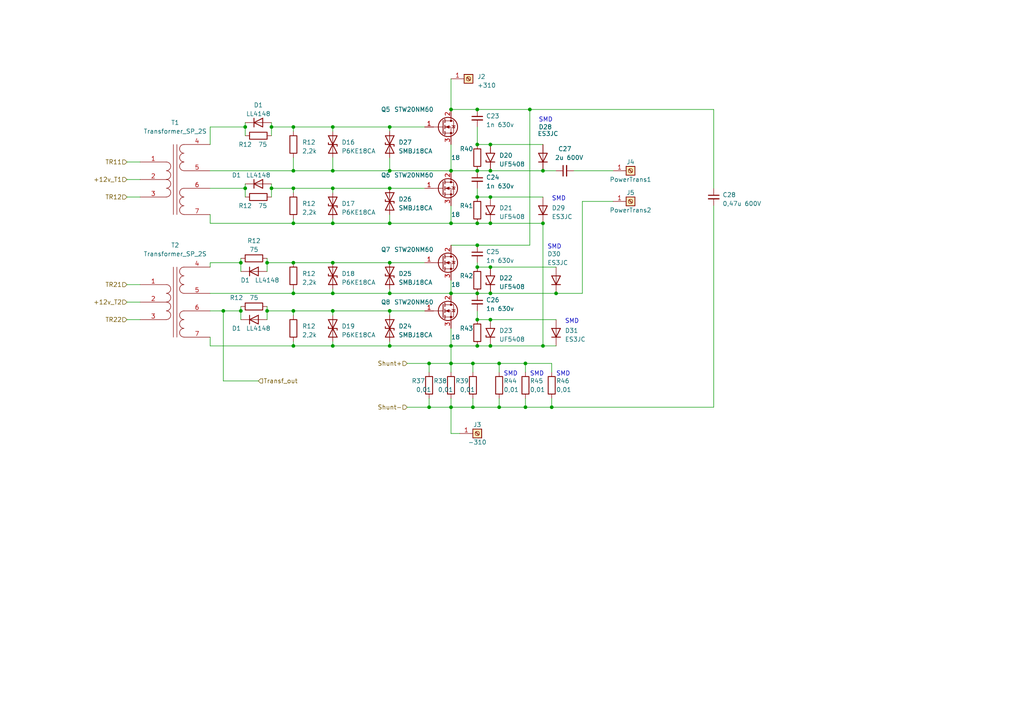
<source format=kicad_sch>
(kicad_sch (version 20230121) (generator eeschema)
  (paper "A4")
  (lib_symbols
    (symbol "Connector:Screw_Terminal_01x01" (pin_names (offset 1.016) hide)
      (property "Reference" "J" (at 0 2.54 0))
      (property "Value" "Screw_Terminal_01x01" (at 0 -2.54 0))
      (symbol "Screw_Terminal_01x01_1_1"
        (rectangle (start -1.27 1.27) (end 1.27 -1.27) (stroke (width 0.254)) (fill (type background)))
        (polyline (pts (xy -0.5334 0.3302) (xy 0.3302 -0.508)) (stroke (width 0.1524)))
        (polyline (pts (xy -0.3556 0.508) (xy 0.508 -0.3302)) (stroke (width 0.1524)))
        (circle (center 0 0) (radius 0.635) (stroke (width 0.1524)))
        (pin passive line (at -5.08 0 0) (length 3.81) (name "Pin_1") (number "1"))
      )
    )
    (symbol "Device:C_Small" (pin_numbers hide) (pin_names (offset 0.254) hide)
      (property "Reference" "C" (at 0.254 1.778 0))
      (property "Value" "C_Small" (at 0.254 -2.032 0))
      (symbol "C_Small_0_1"
        (polyline (pts (xy -1.524 -0.508) (xy 1.524 -0.508)) (stroke (width 0.3302)))
        (polyline (pts (xy -1.524 0.508) (xy 1.524 0.508)) (stroke (width 0.3048)))
      )
      (symbol "C_Small_1_1"
        (pin passive line (at 0 2.54 270) (length 2.032) (name "~") (number "1"))
        (pin passive line (at 0 -2.54 90) (length 2.032) (name "~") (number "2"))
      )
    )
    (symbol "Device:D" (pin_numbers hide) (pin_names (offset 1.016) hide)
      (property "Reference" "D" (at 0 2.54 0))
      (property "Value" "D" (at 0 -2.54 0))
      (symbol "D_0_1"
        (polyline (pts (xy -1.27 1.27) (xy -1.27 -1.27)) (stroke (width 0.254)))
        (polyline (pts (xy 1.27 0) (xy -1.27 0)))
        (polyline (pts (xy 1.27 1.27) (xy 1.27 -1.27) (xy -1.27 0) (xy 1.27 1.27)) (stroke (width 0.254)))
      )
      (symbol "D_1_1"
        (pin passive line (at -3.81 0 0) (length 2.54) (name "K") (number "1"))
        (pin passive line (at 3.81 0 180) (length 2.54) (name "A") (number "2"))
      )
    )
    (symbol "Device:D_TVS" (pin_numbers hide) (pin_names (offset 1.016) hide)
      (property "Reference" "D" (at 0 2.54 0))
      (property "Value" "D_TVS" (at 0 -2.54 0))
      (symbol "D_TVS_0_1"
        (polyline (pts (xy 1.27 0) (xy -1.27 0)))
        (polyline (pts (xy 0.508 1.27) (xy 0 1.27) (xy 0 -1.27) (xy -0.508 -1.27)) (stroke (width 0.254)))
        (polyline (pts (xy -2.54 1.27) (xy -2.54 -1.27) (xy 2.54 1.27) (xy 2.54 -1.27) (xy -2.54 1.27)) (stroke (width 0.254)))
      )
      (symbol "D_TVS_1_1"
        (pin passive line (at -3.81 0 0) (length 2.54) (name "A1") (number "1"))
        (pin passive line (at 3.81 0 180) (length 2.54) (name "A2") (number "2"))
      )
    )
    (symbol "Device:R" (pin_numbers hide) (pin_names (offset 0))
      (property "Reference" "R" (at 2.032 0 90))
      (property "Value" "R" (at 0 0 90))
      (symbol "R_0_1"
        (rectangle (start -1.016 -2.54) (end 1.016 2.54) (stroke (width 0.254)))
      )
      (symbol "R_1_1"
        (pin passive line (at 0 3.81 270) (length 1.27) (name "~") (number "1"))
        (pin passive line (at 0 -3.81 90) (length 1.27) (name "~") (number "2"))
      )
    )
    (symbol "Device:Transformer_SP_2S" (pin_names (offset 1.016) hide)
      (property "Reference" "T" (at 0 12.7 0))
      (property "Value" "Transformer_SP_2S" (at 0 -12.7 0))
      (symbol "Transformer_SP_2S_0_1"
        (arc (start -2.54 -5.0546) (mid -1.6599 -4.6901) (end -1.27 -3.81))
        (arc (start -2.54 -2.5146) (mid -1.6599 -2.1501) (end -1.27 -1.27))
        (arc (start -2.54 0.0254) (mid -1.6599 0.3899) (end -1.27 1.27))
        (arc (start -2.54 2.5654) (mid -1.6599 2.9299) (end -1.27 3.81))
        (arc (start -1.27 -3.81) (mid -1.642 -2.912) (end -2.54 -2.54))
        (arc (start -1.27 -1.27) (mid -1.642 -0.372) (end -2.54 0))
        (arc (start -1.27 1.27) (mid -1.642 2.168) (end -2.54 2.54))
        (arc (start -1.27 3.81) (mid -1.642 4.708) (end -2.54 5.08))
        (polyline (pts (xy -0.508 -10.16) (xy -0.508 10.16)))
        (polyline (pts (xy 0.508 10.16) (xy 0.508 -10.16)))
        (arc (start 1.2954 -8.89) (mid 1.6599 -9.7701) (end 2.54 -10.1346))
        (arc (start 1.2954 -6.35) (mid 1.6599 -7.2301) (end 2.54 -7.5946))
        (arc (start 1.2954 -3.81) (mid 1.6599 -4.6901) (end 2.54 -5.0546))
        (arc (start 1.2954 3.81) (mid 1.6599 2.9299) (end 2.54 2.5654))
        (arc (start 1.2954 6.35) (mid 1.6599 5.4699) (end 2.54 5.1054))
        (arc (start 1.2954 8.89) (mid 1.6599 8.0099) (end 2.54 7.6454))
        (arc (start 2.54 -7.62) (mid 1.642 -7.992) (end 1.2954 -8.89))
        (arc (start 2.54 -5.08) (mid 1.642 -5.452) (end 1.2954 -6.35))
        (arc (start 2.54 -2.54) (mid 1.642 -2.912) (end 1.2954 -3.81))
        (arc (start 2.54 5.08) (mid 1.642 4.708) (end 1.2954 3.81))
        (arc (start 2.54 7.62) (mid 1.642 7.248) (end 1.2954 6.35))
        (arc (start 2.54 10.16) (mid 1.642 9.788) (end 1.2954 8.89))
      )
      (symbol "Transformer_SP_2S_1_1"
        (pin passive line (at -10.16 5.08 0) (length 7.62) (name "IN+") (number "1"))
        (pin passive line (at -10.16 0 0) (length 7.62) (name "PM") (number "2"))
        (pin passive line (at -10.16 -5.08 0) (length 7.62) (name "IN-") (number "3"))
        (pin passive line (at 10.16 10.16 180) (length 7.62) (name "OUT1A") (number "4"))
        (pin passive line (at 10.16 2.54 180) (length 7.62) (name "OUT1B") (number "5"))
        (pin passive line (at 10.16 -2.54 180) (length 7.62) (name "OUT2A") (number "6"))
        (pin passive line (at 10.16 -10.16 180) (length 7.62) (name "OUT2B") (number "7"))
      )
    )
    (symbol "Diode:1.5KExxA" (pin_numbers hide) (pin_names (offset 1.016) hide)
      (property "Reference" "D" (at 0 2.54 0))
      (property "Value" "1.5KExxA" (at 0 -2.54 0))
      (symbol "1.5KExxA_0_1"
        (polyline (pts (xy -0.762 1.27) (xy -1.27 1.27) (xy -1.27 -1.27)) (stroke (width 0.254)))
        (polyline (pts (xy 1.27 1.27) (xy 1.27 -1.27) (xy -1.27 0) (xy 1.27 1.27)) (stroke (width 0.254)))
      )
      (symbol "1.5KExxA_1_1"
        (pin passive line (at -3.81 0 0) (length 2.54) (name "A1") (number "1"))
        (pin passive line (at 3.81 0 180) (length 2.54) (name "A2") (number "2"))
      )
    )
    (symbol "Diode:1.5KExxCA" (pin_numbers hide) (pin_names (offset 1.016) hide)
      (property "Reference" "D" (at 0 2.54 0))
      (property "Value" "1.5KExxCA" (at 0 -2.54 0))
      (symbol "1.5KExxCA_0_1"
        (polyline (pts (xy 1.27 0) (xy -1.27 0)))
        (polyline (pts (xy -2.54 -1.27) (xy 0 0) (xy -2.54 1.27) (xy -2.54 -1.27)) (stroke (width 0.254)))
        (polyline (pts (xy 0.508 1.27) (xy 0 1.27) (xy 0 -1.27) (xy -0.508 -1.27)) (stroke (width 0.254)))
        (polyline (pts (xy 2.54 1.27) (xy 2.54 -1.27) (xy 0 0) (xy 2.54 1.27)) (stroke (width 0.254)))
      )
      (symbol "1.5KExxCA_1_1"
        (pin passive line (at -3.81 0 0) (length 2.54) (name "A1") (number "1"))
        (pin passive line (at 3.81 0 180) (length 2.54) (name "A2") (number "2"))
      )
    )
    (symbol "Diode:LL4148" (pin_numbers hide) (pin_names hide)
      (property "Reference" "D" (at 0 2.54 0))
      (property "Value" "LL4148" (at 0 -2.54 0))
      (symbol "LL4148_0_1"
        (polyline (pts (xy -1.27 1.27) (xy -1.27 -1.27)) (stroke (width 0.254)))
        (polyline (pts (xy 1.27 0) (xy -1.27 0)))
        (polyline (pts (xy 1.27 1.27) (xy 1.27 -1.27) (xy -1.27 0) (xy 1.27 1.27)) (stroke (width 0.254)))
      )
      (symbol "LL4148_1_1"
        (pin passive line (at -3.81 0 0) (length 2.54) (name "K") (number "1"))
        (pin passive line (at 3.81 0 180) (length 2.54) (name "A") (number "2"))
      )
    )
    (symbol "Transistor_FET:C2M0080120D" (pin_names hide)
      (property "Reference" "Q" (at 5.08 1.905 0))
      (property "Value" "C2M0080120D" (at 5.08 0 0))
      (symbol "C2M0080120D_0_1"
        (polyline (pts (xy 0.254 0) (xy -2.54 0)))
        (polyline (pts (xy 0.254 1.905) (xy 0.254 -1.905)) (stroke (width 0.254)))
        (polyline (pts (xy 0.762 -1.27) (xy 0.762 -2.286)) (stroke (width 0.254)))
        (polyline (pts (xy 0.762 0.508) (xy 0.762 -0.508)) (stroke (width 0.254)))
        (polyline (pts (xy 0.762 2.286) (xy 0.762 1.27)) (stroke (width 0.254)))
        (polyline (pts (xy 2.54 2.54) (xy 2.54 1.778)))
        (polyline (pts (xy 2.54 -2.54) (xy 2.54 0) (xy 0.762 0)))
        (polyline (pts (xy 0.762 -1.778) (xy 3.302 -1.778) (xy 3.302 1.778) (xy 0.762 1.778)))
        (polyline (pts (xy 1.016 0) (xy 2.032 0.381) (xy 2.032 -0.381) (xy 1.016 0)) (fill (type outline)))
        (polyline (pts (xy 2.794 0.508) (xy 2.921 0.381) (xy 3.683 0.381) (xy 3.81 0.254)))
        (polyline (pts (xy 3.302 0.381) (xy 2.921 -0.254) (xy 3.683 -0.254) (xy 3.302 0.381)))
        (circle (center 1.651 0) (radius 2.794) (stroke (width 0.254)))
        (circle (center 2.54 -1.778) (radius 0.254) (fill (type outline)))
        (circle (center 2.54 1.778) (radius 0.254) (fill (type outline)))
      )
      (symbol "C2M0080120D_1_1"
        (pin input line (at -5.08 0 0) (length 2.54) (name "G") (number "1"))
        (pin passive line (at 2.54 5.08 270) (length 2.54) (name "D") (number "2"))
        (pin passive line (at 2.54 -5.08 90) (length 2.54) (name "S") (number "3"))
      )
    )
  )
  (junction (at 96.52 85.09))
  (junction (at 78.74 36.83))
  (junction (at 96.52 90.17))
  (junction (at 138.43 77.47))
  (junction (at 138.43 64.77))
  (junction (at 137.16 105.41))
  (junction (at 130.81 31.75))
  (junction (at 113.03 54.61))
  (junction (at 96.52 54.61))
  (junction (at 138.43 49.53))
  (junction (at 142.24 64.77))
  (junction (at 71.12 54.61))
  (junction (at 138.43 57.15))
  (junction (at 157.48 64.77))
  (junction (at 96.52 64.77))
  (junction (at 85.09 85.09))
  (junction (at 130.81 100.33))
  (junction (at 138.43 85.09))
  (junction (at 85.09 64.77))
  (junction (at 113.03 90.17))
  (junction (at 142.24 41.91))
  (junction (at 160.02 118.11))
  (junction (at 130.81 118.11))
  (junction (at 138.43 92.71))
  (junction (at 96.52 36.83))
  (junction (at 96.52 100.33))
  (junction (at 138.43 100.33))
  (junction (at 78.74 54.61))
  (junction (at 142.24 49.53))
  (junction (at 124.46 105.41))
  (junction (at 85.09 36.83))
  (junction (at 161.29 85.09))
  (junction (at 138.43 31.75))
  (junction (at 69.85 76.2))
  (junction (at 113.03 49.53))
  (junction (at 130.81 49.53))
  (junction (at 77.47 90.17))
  (junction (at 124.46 118.11))
  (junction (at 96.52 49.53))
  (junction (at 142.24 92.71))
  (junction (at 130.81 105.41))
  (junction (at 153.67 31.75))
  (junction (at 142.24 77.47))
  (junction (at 113.03 36.83))
  (junction (at 144.78 118.11))
  (junction (at 85.09 76.2))
  (junction (at 77.47 76.2))
  (junction (at 138.43 41.91))
  (junction (at 130.81 85.09))
  (junction (at 138.43 71.12))
  (junction (at 152.4 105.41))
  (junction (at 113.03 100.33))
  (junction (at 137.16 118.11))
  (junction (at 152.4 118.11))
  (junction (at 85.09 90.17))
  (junction (at 142.24 100.33))
  (junction (at 142.24 57.15))
  (junction (at 144.78 105.41))
  (junction (at 113.03 76.2))
  (junction (at 113.03 64.77))
  (junction (at 157.48 49.53))
  (junction (at 71.12 36.83))
  (junction (at 85.09 54.61))
  (junction (at 130.81 64.77))
  (junction (at 69.85 90.17))
  (junction (at 142.24 85.09))
  (junction (at 96.52 76.2))
  (junction (at 113.03 85.09))
  (junction (at 85.09 100.33))
  (junction (at 85.09 49.53))
  (junction (at 64.77 90.17))
  (junction (at 157.48 100.33))
  (wire (pts (xy 96.52 100.33) (xy 113.03 100.33)))
  (wire (pts (xy 130.81 71.12) (xy 138.43 71.12)))
  (wire (pts (xy 85.09 36.83) (xy 96.52 36.83)))
  (wire (pts (xy 130.81 41.91) (xy 130.81 49.53)))
  (wire (pts (xy 153.67 71.12) (xy 153.67 31.75)))
  (wire (pts (xy 85.09 49.53) (xy 96.52 49.53)))
  (wire (pts (xy 113.03 99.06) (xy 113.03 100.33)))
  (wire (pts (xy 60.96 41.91) (xy 60.96 36.83)))
  (wire (pts (xy 138.43 90.17) (xy 138.43 92.71)))
  (wire (pts (xy 60.96 64.77) (xy 85.09 64.77)))
  (wire (pts (xy 71.12 53.34) (xy 71.12 54.61)))
  (wire (pts (xy 118.11 105.41) (xy 124.46 105.41)))
  (wire (pts (xy 207.01 118.11) (xy 207.01 59.69)))
  (wire (pts (xy 64.77 90.17) (xy 69.85 90.17)))
  (wire (pts (xy 124.46 105.41) (xy 124.46 107.95)))
  (wire (pts (xy 85.09 99.06) (xy 85.09 100.33)))
  (wire (pts (xy 130.81 64.77) (xy 130.81 59.69)))
  (wire (pts (xy 124.46 105.41) (xy 130.81 105.41)))
  (wire (pts (xy 138.43 92.71) (xy 142.24 92.71)))
  (wire (pts (xy 130.81 64.77) (xy 138.43 64.77)))
  (wire (pts (xy 96.52 54.61) (xy 96.52 55.88)))
  (wire (pts (xy 96.52 45.72) (xy 96.52 49.53)))
  (wire (pts (xy 71.12 35.56) (xy 71.12 36.83)))
  (wire (pts (xy 142.24 92.71) (xy 161.29 92.71)))
  (wire (pts (xy 64.77 90.17) (xy 64.77 110.49)))
  (wire (pts (xy 160.02 118.11) (xy 207.01 118.11)))
  (wire (pts (xy 60.96 76.2) (xy 60.96 77.47)))
  (wire (pts (xy 85.09 63.5) (xy 85.09 64.77)))
  (wire (pts (xy 138.43 100.33) (xy 130.81 100.33)))
  (wire (pts (xy 36.83 92.71) (xy 40.64 92.71)))
  (wire (pts (xy 130.81 125.73) (xy 133.35 125.73)))
  (wire (pts (xy 137.16 118.11) (xy 144.78 118.11)))
  (wire (pts (xy 130.81 105.41) (xy 137.16 105.41)))
  (wire (pts (xy 138.43 85.09) (xy 142.24 85.09)))
  (wire (pts (xy 142.24 77.47) (xy 161.29 77.47)))
  (wire (pts (xy 130.81 118.11) (xy 137.16 118.11)))
  (wire (pts (xy 157.48 100.33) (xy 161.29 100.33)))
  (wire (pts (xy 78.74 53.34) (xy 78.74 54.61)))
  (wire (pts (xy 130.81 22.86) (xy 130.81 31.75)))
  (wire (pts (xy 138.43 41.91) (xy 142.24 41.91)))
  (wire (pts (xy 138.43 36.83) (xy 138.43 41.91)))
  (wire (pts (xy 69.85 90.17) (xy 69.85 92.71)))
  (wire (pts (xy 138.43 64.77) (xy 142.24 64.77)))
  (wire (pts (xy 85.09 100.33) (xy 96.52 100.33)))
  (wire (pts (xy 36.83 46.99) (xy 40.64 46.99)))
  (wire (pts (xy 69.85 74.93) (xy 69.85 76.2)))
  (wire (pts (xy 144.78 118.11) (xy 152.4 118.11)))
  (wire (pts (xy 77.47 90.17) (xy 85.09 90.17)))
  (wire (pts (xy 130.81 115.57) (xy 130.81 118.11)))
  (wire (pts (xy 138.43 57.15) (xy 142.24 57.15)))
  (wire (pts (xy 85.09 54.61) (xy 96.52 54.61)))
  (wire (pts (xy 60.96 100.33) (xy 85.09 100.33)))
  (wire (pts (xy 85.09 45.72) (xy 85.09 49.53)))
  (wire (pts (xy 64.77 110.49) (xy 74.93 110.49)))
  (wire (pts (xy 138.43 31.75) (xy 153.67 31.75)))
  (wire (pts (xy 96.52 90.17) (xy 96.52 91.44)))
  (wire (pts (xy 113.03 45.72) (xy 113.03 49.53)))
  (wire (pts (xy 138.43 76.2) (xy 138.43 77.47)))
  (wire (pts (xy 71.12 36.83) (xy 71.12 39.37)))
  (wire (pts (xy 113.03 36.83) (xy 113.03 38.1)))
  (wire (pts (xy 130.81 100.33) (xy 130.81 105.41)))
  (wire (pts (xy 69.85 76.2) (xy 69.85 78.74)))
  (wire (pts (xy 77.47 90.17) (xy 77.47 92.71)))
  (wire (pts (xy 85.09 36.83) (xy 85.09 38.1)))
  (wire (pts (xy 77.47 88.9) (xy 77.47 90.17)))
  (wire (pts (xy 144.78 105.41) (xy 144.78 107.95)))
  (wire (pts (xy 60.96 62.23) (xy 60.96 64.77)))
  (wire (pts (xy 160.02 105.41) (xy 160.02 107.95)))
  (wire (pts (xy 160.02 115.57) (xy 160.02 118.11)))
  (wire (pts (xy 85.09 54.61) (xy 85.09 55.88)))
  (wire (pts (xy 85.09 85.09) (xy 96.52 85.09)))
  (wire (pts (xy 168.91 58.42) (xy 177.8 58.42)))
  (wire (pts (xy 36.83 87.63) (xy 40.64 87.63)))
  (wire (pts (xy 85.09 64.77) (xy 96.52 64.77)))
  (wire (pts (xy 85.09 83.82) (xy 85.09 85.09)))
  (wire (pts (xy 96.52 36.83) (xy 113.03 36.83)))
  (wire (pts (xy 152.4 105.41) (xy 152.4 107.95)))
  (wire (pts (xy 113.03 36.83) (xy 123.19 36.83)))
  (wire (pts (xy 138.43 54.61) (xy 138.43 57.15)))
  (wire (pts (xy 161.29 85.09) (xy 168.91 85.09)))
  (wire (pts (xy 142.24 49.53) (xy 157.48 49.53)))
  (wire (pts (xy 113.03 54.61) (xy 123.19 54.61)))
  (wire (pts (xy 113.03 62.23) (xy 113.03 64.77)))
  (wire (pts (xy 137.16 115.57) (xy 137.16 118.11)))
  (wire (pts (xy 85.09 76.2) (xy 96.52 76.2)))
  (wire (pts (xy 144.78 105.41) (xy 152.4 105.41)))
  (wire (pts (xy 78.74 36.83) (xy 78.74 39.37)))
  (wire (pts (xy 166.37 49.53) (xy 177.8 49.53)))
  (wire (pts (xy 69.85 88.9) (xy 69.85 90.17)))
  (wire (pts (xy 124.46 115.57) (xy 124.46 118.11)))
  (wire (pts (xy 60.96 76.2) (xy 69.85 76.2)))
  (wire (pts (xy 138.43 49.53) (xy 142.24 49.53)))
  (wire (pts (xy 142.24 57.15) (xy 157.48 57.15)))
  (wire (pts (xy 60.96 90.17) (xy 64.77 90.17)))
  (wire (pts (xy 152.4 105.41) (xy 160.02 105.41)))
  (wire (pts (xy 77.47 74.93) (xy 77.47 76.2)))
  (wire (pts (xy 96.52 85.09) (xy 113.03 85.09)))
  (wire (pts (xy 85.09 90.17) (xy 85.09 91.44)))
  (wire (pts (xy 138.43 71.12) (xy 153.67 71.12)))
  (wire (pts (xy 77.47 76.2) (xy 85.09 76.2)))
  (wire (pts (xy 60.96 49.53) (xy 85.09 49.53)))
  (wire (pts (xy 96.52 54.61) (xy 113.03 54.61)))
  (wire (pts (xy 113.03 100.33) (xy 130.81 100.33)))
  (wire (pts (xy 130.81 100.33) (xy 130.81 95.25)))
  (wire (pts (xy 113.03 49.53) (xy 130.81 49.53)))
  (wire (pts (xy 96.52 90.17) (xy 113.03 90.17)))
  (wire (pts (xy 96.52 76.2) (xy 113.03 76.2)))
  (wire (pts (xy 142.24 85.09) (xy 161.29 85.09)))
  (wire (pts (xy 137.16 105.41) (xy 137.16 107.95)))
  (wire (pts (xy 130.81 85.09) (xy 138.43 85.09)))
  (wire (pts (xy 113.03 90.17) (xy 123.19 90.17)))
  (wire (pts (xy 142.24 41.91) (xy 157.48 41.91)))
  (wire (pts (xy 113.03 85.09) (xy 130.81 85.09)))
  (wire (pts (xy 157.48 49.53) (xy 161.29 49.53)))
  (wire (pts (xy 96.52 36.83) (xy 96.52 38.1)))
  (wire (pts (xy 130.81 49.53) (xy 138.43 49.53)))
  (wire (pts (xy 78.74 36.83) (xy 85.09 36.83)))
  (wire (pts (xy 157.48 100.33) (xy 142.24 100.33)))
  (wire (pts (xy 60.96 36.83) (xy 71.12 36.83)))
  (wire (pts (xy 96.52 63.5) (xy 96.52 64.77)))
  (wire (pts (xy 207.01 31.75) (xy 207.01 54.61)))
  (wire (pts (xy 152.4 118.11) (xy 160.02 118.11)))
  (wire (pts (xy 130.81 118.11) (xy 130.81 125.73)))
  (wire (pts (xy 96.52 49.53) (xy 113.03 49.53)))
  (wire (pts (xy 113.03 76.2) (xy 123.19 76.2)))
  (wire (pts (xy 113.03 83.82) (xy 113.03 85.09)))
  (wire (pts (xy 60.96 85.09) (xy 85.09 85.09)))
  (wire (pts (xy 36.83 57.15) (xy 40.64 57.15)))
  (wire (pts (xy 137.16 105.41) (xy 144.78 105.41)))
  (wire (pts (xy 153.67 31.75) (xy 207.01 31.75)))
  (wire (pts (xy 157.48 64.77) (xy 157.48 100.33)))
  (wire (pts (xy 130.81 105.41) (xy 130.81 107.95)))
  (wire (pts (xy 152.4 115.57) (xy 152.4 118.11)))
  (wire (pts (xy 142.24 64.77) (xy 157.48 64.77)))
  (wire (pts (xy 85.09 90.17) (xy 96.52 90.17)))
  (wire (pts (xy 118.11 118.11) (xy 124.46 118.11)))
  (wire (pts (xy 60.96 54.61) (xy 71.12 54.61)))
  (wire (pts (xy 130.81 31.75) (xy 138.43 31.75)))
  (wire (pts (xy 113.03 64.77) (xy 130.81 64.77)))
  (wire (pts (xy 36.83 82.55) (xy 40.64 82.55)))
  (wire (pts (xy 78.74 54.61) (xy 78.74 57.15)))
  (wire (pts (xy 60.96 97.79) (xy 60.96 100.33)))
  (wire (pts (xy 36.83 52.07) (xy 40.64 52.07)))
  (wire (pts (xy 71.12 54.61) (xy 71.12 57.15)))
  (wire (pts (xy 142.24 100.33) (xy 138.43 100.33)))
  (wire (pts (xy 130.81 81.28) (xy 130.81 85.09)))
  (wire (pts (xy 77.47 76.2) (xy 77.47 78.74)))
  (wire (pts (xy 78.74 35.56) (xy 78.74 36.83)))
  (wire (pts (xy 138.43 77.47) (xy 142.24 77.47)))
  (wire (pts (xy 96.52 83.82) (xy 96.52 85.09)))
  (wire (pts (xy 124.46 118.11) (xy 130.81 118.11)))
  (wire (pts (xy 78.74 54.61) (xy 85.09 54.61)))
  (wire (pts (xy 96.52 64.77) (xy 113.03 64.77)))
  (wire (pts (xy 144.78 115.57) (xy 144.78 118.11)))
  (wire (pts (xy 113.03 90.17) (xy 113.03 91.44)))
  (wire (pts (xy 96.52 99.06) (xy 96.52 100.33)))
  (wire (pts (xy 168.91 85.09) (xy 168.91 58.42)))
  (text "SMD" (at 160.02 58.42 0) (effects (font (size 1.27 1.27)) (justify left bottom)))
  (text "SMD" (at 163.83 93.98 0) (effects (font (size 1.27 1.27)) (justify left bottom)))
  (text "SMD" (at 153.67 109.22 0) (effects (font (size 1.27 1.27)) (justify left bottom)))
  (text "SMD" (at 158.75 72.39 0) (effects (font (size 1.27 1.27)) (justify left bottom)))
  (text "SMD" (at 156.21 35.56 0) (effects (font (size 1.27 1.27)) (justify left bottom)))
  (text "SMD" (at 146.05 109.22 0) (effects (font (size 1.27 1.27)) (justify left bottom)))
  (text "SMD" (at 161.29 109.22 0) (effects (font (size 1.27 1.27)) (justify left bottom)))
  (hierarchical_label "TR21" (shape input) (at 36.83 82.55 180))
  (hierarchical_label "Shunt+" (shape input) (at 118.11 105.41 180))
  (hierarchical_label "+12v_T1" (shape input) (at 36.83 52.07 180))
  (hierarchical_label "TR22" (shape input) (at 36.83 92.71 180))
  (hierarchical_label "Shunt-" (shape input) (at 118.11 118.11 180))
  (hierarchical_label "Transf_out" (shape input) (at 74.93 110.49 0))
  (hierarchical_label "+12v_T2" (shape input) (at 36.83 87.63 180))
  (hierarchical_label "TR12" (shape input) (at 36.83 57.15 180))
  (hierarchical_label "TR11" (shape input) (at 36.83 46.99 180))
  (symbol (lib_id "Device:Transformer_SP_2S") (at 50.8 87.63 0) (unit 1)
    (property "Reference" "T2" (at 50.8 71.12 0))
    (property "Value" "Transformer_SP_2S" (at 50.8 73.66 0))
    (property "Footprint" "Z_transform:Trans_SP_2S" (effects hide))
    (property "Mounting" "No" (effects hide))
  )
  (symbol (lib_id "Device:D_TVS") (at 113.03 58.42 270) (unit 1)
    (property "Reference" "D26" (at 115.57 57.785 90) (effects (justify left)))
    (property "Value" "SMBJ18CA" (at 115.57 60.325 90) (effects (justify left)))
    (property "Footprint" "Diode_SMD:D_SMB" (effects hide))
    (property "MFR.Part" "SMBJ18CA" (effects hide))
    (property "Description" "18V 20V 29.2V SMB(DO-214AA) TVS ROHS" (effects hide))
    (property "LCSC" "C440286" (effects hide))
    (property "Mounting" "Yes" (effects hide))
  )
  (symbol (lib_id "Transistor_FET:C2M0080120D") (at 128.27 90.17 0) (unit 1)
    (property "Reference" "Q8" (at 110.49 87.63 0) (effects (justify left)))
    (property "Value" "STW20NM60" (at 114.3 87.63 0) (effects (justify left)))
    (property "Footprint" "Z_Package_TO:TO-247-3_Horizontal_TabUp" (effects hide))
    (property "Datasheet" "https://www.wolfspeed.com/media/downloads/167/C2M0080120D.pdf" (effects hide))
    (property "MFR.Part" "STW20NM60" (effects hide))
    (property "Description" "600V 20A 290mΩ@10V,10A 192W N Channel TO-247-3 MOSFETs ROHS" (effects hide))
    (property "LCSC" "C262986" (effects hide))
    (property "Mounting" "No" (effects hide))
  )
  (symbol (lib_id "Device:C_Small") (at 207.01 57.15 0) (unit 1)
    (property "Reference" "C28" (at 209.55 56.5213 0) (effects (justify left)))
    (property "Value" "0,47u 600V" (at 209.55 59.0613 0) (effects (justify left)))
    (property "Footprint" "Capacitor_THT:C_Rect_L26.5mm_W10.5mm_P22.50mm_MKS4" (effects hide))
    (property "MFR.Part" "C2803198" (effects hide))
    (property "Description" "470nF ±5% 750V Plugin,P=27.5mm Polypropylene Film Capacitors (CBB) ROHS" (effects hide))
    (property "LCSC" "C2803198" (effects hide))
    (property "Mounting" "Yes" (effects hide))
  )
  (symbol (lib_id "Diode:1.5KExxA") (at 142.24 60.96 90) (unit 1)
    (property "Reference" "D21" (at 144.78 60.325 90) (effects (justify right)))
    (property "Value" "UF5408" (at 144.78 62.865 90) (effects (justify right)))
    (property "Footprint" "Diode_THT:D_DO-201AE_P15.24mm_Horizontal" (effects hide))
    (property "Datasheet" "https://www.vishay.com/docs/88301/15ke.pdf" (effects hide))
    (property "MFR.Part" "UF5408" (effects hide))
    (property "Description" "1.7V@3A 75ns Single 3A 1kV DO-201AD Diodes - Fast Recovery Rectifiers ROHS" (effects hide))
    (property "LCSC" "C424502" (effects hide))
    (property "Mounting" "No" (effects hide))
  )
  (symbol (lib_id "Device:R") (at 124.46 111.76 0) (unit 1)
    (property "Reference" "R37" (at 119.38 110.49 0) (effects (justify left)))
    (property "Value" "0,01" (at 120.65 113.03 0) (effects (justify left)))
    (property "Footprint" "Resistor_THT:R_Axial_DIN0411_L9.9mm_D3.6mm_P15.24mm_Horizontal" (effects hide))
    (property "Mounting" "No" (effects hide))
  )
  (symbol (lib_id "Device:D") (at 157.48 60.96 90) (unit 1)
    (property "Reference" "D29" (at 160.02 60.325 90) (effects (justify right)))
    (property "Value" "ES3JC" (at 160.02 62.865 90) (effects (justify right)))
    (property "Footprint" "Diode_SMD:D_SMC" (effects hide))
    (property "Sim.Device" "D" (effects hide))
    (property "Sim.Pins" "1=K 2=A" (effects hide))
    (property "Description" "1.65V 35ns Single 3A 600V SMC(DO-214AB) Diodes - Fast Recovery Rectifiers ROHS" (effects hide))
    (property "MFR.Part" "ES3JC" (effects hide))
    (property "LCSC" "C2936068" (effects hide))
    (property "Mounting" "Yes" (effects hide))
  )
  (symbol (lib_id "Device:R") (at 144.78 111.76 0) (unit 1)
    (property "Reference" "R44" (at 146.05 110.49 0) (effects (justify left)))
    (property "Value" "0,01" (at 146.05 113.03 0) (effects (justify left)))
    (property "Footprint" "Resistor_SMD:R_2816_7142Metric" (effects hide))
    (property "MFR.Part" "WSL2816R0100FEH" (effects hide))
    (property "Description" "2W ±75ppm/℃ ±1% 10mΩ 2816 Chip Resistor - Surface Mount ROHS" (effects hide))
    (property "LCSC" "C843884" (effects hide))
    (property "Mounting" "Yes" (effects hide))
  )
  (symbol (lib_id "Device:R") (at 138.43 81.28 0) (unit 1)
    (property "Reference" "R42" (at 133.35 80.01 0) (effects (justify left)))
    (property "Value" "18" (at 130.81 82.55 0) (effects (justify left)))
    (property "Footprint" "Resistor_THT:R_Axial_DIN0516_L15.5mm_D5.0mm_P20.32mm_Horizontal" (effects hide))
    (property "MFR.Part" "CR2W-18Ω±5%-9T73" (effects hide))
    (property "Description" "18Ω 2W ±350ppm/℃ ±5% Plugin,5x15.5mm Through Hole Resistors ROHS" (effects hide))
    (property "LCSC" "C119690" (effects hide))
    (property "Mounting" "Yes" (effects hide))
  )
  (symbol (lib_id "Diode:LL4148") (at 74.93 35.56 0) (unit 1)
    (property "Reference" "D1" (at 74.93 30.48 0))
    (property "Value" "LL4148" (at 74.93 33.02 0))
    (property "Footprint" "Diode_SMD:D_MiniMELF" (effects hide))
    (property "Datasheet" "http://www.vishay.com/docs/85557/ll4148.pdf" (effects hide))
    (property "MFR.Part" "LL4148" (effects hide))
    (property "Description" "75V 500mW 1V@10mA 4ns 150mA LL-34 Switching Diode ROHS" (effects hide))
    (property "LCSC" "C2891733" (effects hide))
    (property "Mounting" "Yes" (effects hide))
    (instances (project "Module_1" (path "" (reference "D1") (unit 1)) (path "" (reference "D14") (unit 1))))
  )
  (symbol (lib_id "Diode:1.5KExxCA") (at 96.52 95.25 270) (unit 1)
    (property "Reference" "D19" (at 99.06 94.615 90) (effects (justify left)))
    (property "Value" "P6KE18CA" (at 99.06 97.155 90) (effects (justify left)))
    (property "Footprint" "Diode_THT:D_DO-201AE_P15.24mm_Horizontal" (effects hide))
    (property "Datasheet" "https://www.vishay.com/docs/88301/15ke.pdf" (effects hide))
    (property "MFR.Part" "P6KE18CA" (effects hide))
    (property "Description" "25.2V 17.1V 15.3V DO-15 TVS ROHS" (effects hide))
    (property "LCSC" "C600792" (effects hide))
    (property "Mounting" "No" (effects hide))
  )
  (symbol (lib_id "Diode:LL4148") (at 73.66 92.71 0) (unit 1)
    (property "Reference" "D1" (at 68.58 95.25 0))
    (property "Value" "LL4148" (at 74.93 95.25 0))
    (property "Footprint" "Diode_SMD:D_MiniMELF" (effects hide))
    (property "Datasheet" "http://www.vishay.com/docs/85557/ll4148.pdf" (effects hide))
    (property "MFR.Part" "LL4148" (effects hide))
    (property "Description" "75V 500mW 1V@10mA 4ns 150mA LL-34 Switching Diode ROHS" (effects hide))
    (property "LCSC" "C2891733" (effects hide))
    (property "Mounting" "Yes" (effects hide))
    (instances (project "Module_1" (path "" (reference "D1") (unit 1)) (path "" (reference "D13") (unit 1))))
  )
  (symbol (lib_id "Device:D") (at 161.29 81.28 90) (unit 1)
    (property "Reference" "D30" (at 158.75 73.66 90) (effects (justify right)))
    (property "Value" "ES3JC" (at 158.75 76.2 90) (effects (justify right)))
    (property "Footprint" "Diode_SMD:D_SMC" (effects hide))
    (property "Sim.Device" "D" (effects hide))
    (property "Sim.Pins" "1=K 2=A" (effects hide))
    (property "Description" "1.65V 35ns Single 3A 600V SMC(DO-214AB) Diodes - Fast Recovery Rectifiers ROHS" (effects hide))
    (property "MFR.Part" "ES3JC" (effects hide))
    (property "LCSC" "C2936068" (effects hide))
    (property "Mounting" "Yes" (effects hide))
  )
  (symbol (lib_id "Connector:Screw_Terminal_01x01") (at 138.43 125.73 0) (unit 1)
    (property "Reference" "J3" (at 138.43 123.19 0))
    (property "Value" "-310" (at 138.43 128.27 0))
    (property "Footprint" "Z_pin:PinD2mm" (effects hide))
    (property "Mounting" "No" (effects hide))
  )
  (symbol (lib_id "Diode:1.5KExxCA") (at 96.52 80.01 270) (unit 1)
    (property "Reference" "D18" (at 99.06 79.375 90) (effects (justify left)))
    (property "Value" "P6KE18CA" (at 99.06 81.915 90) (effects (justify left)))
    (property "Footprint" "Diode_THT:D_DO-201AE_P15.24mm_Horizontal" (effects hide))
    (property "Datasheet" "https://www.vishay.com/docs/88301/15ke.pdf" (effects hide))
    (property "MFR.Part" "P6KE18CA" (effects hide))
    (property "Description" "25.2V 17.1V 15.3V DO-15 TVS ROHS" (effects hide))
    (property "LCSC" "C600792" (effects hide))
    (property "Mounting" "No" (effects hide))
  )
  (symbol (lib_id "Device:R") (at 73.66 88.9 270) (unit 1)
    (property "Reference" "R12" (at 68.58 86.36 90))
    (property "Value" "75" (at 73.66 86.36 90))
    (property "Footprint" "Resistor_SMD:R_1206_3216Metric" (effects hide))
    (property "MFR.Part" "1206W4F750JT5E" (effects hide))
    (property "Description" "250mW Thick Film Resistors ±100ppm/℃ ±1% 75Ω 1206 Chip Resistor - Surface Mount ROHS" (effects hide))
    (property "LCSC" "C17987" (effects hide))
    (property "Mounting" "Yes" (effects hide))
    (instances (project "Module_1" (path "" (reference "R12") (unit 1)) (path "" (reference "R30") (unit 1))))
  )
  (symbol (lib_id "Connector:Screw_Terminal_01x01") (at 182.88 58.42 0) (unit 1)
    (property "Reference" "J5" (at 182.88 55.88 0))
    (property "Value" "PowerTrans2" (at 182.88 60.96 0))
    (property "Footprint" "Z_pin:PinD3mm" (effects hide))
    (property "Mounting" "No" (effects hide))
  )
  (symbol (lib_id "Device:C_Small") (at 138.43 34.29 0) (unit 1)
    (property "Reference" "C23" (at 140.97 33.6613 0) (effects (justify left)))
    (property "Value" "1n 630v" (at 140.97 36.2013 0) (effects (justify left)))
    (property "Footprint" "Capacitor_THT:C_Rect_L7.0mm_W2.0mm_P5.00mm" (effects hide))
    (property "MFR.Part" "CL11-2J102J-630V" (effects hide))
    (property "Description" "±5% 630V 1nF PET Plugin,P=5mm Film Capacitors ROHS" (effects hide))
    (property "LCSC" "C914547" (effects hide))
    (property "Mounting" "Yes" (effects hide))
  )
  (symbol (lib_id "Device:C_Small") (at 138.43 87.63 0) (unit 1)
    (property "Reference" "C26" (at 140.97 87.0013 0) (effects (justify left)))
    (property "Value" "1n 630v" (at 140.97 89.5413 0) (effects (justify left)))
    (property "Footprint" "Capacitor_THT:C_Rect_L7.0mm_W2.0mm_P5.00mm" (effects hide))
    (property "MFR.Part" "CL11-2J102J-630V" (effects hide))
    (property "Description" "±5% 630V 1nF PET Plugin,P=5mm Film Capacitors ROHS" (effects hide))
    (property "LCSC" "C914547" (effects hide))
    (property "Mounting" "Yes" (effects hide))
  )
  (symbol (lib_id "Device:R") (at 85.09 80.01 180) (unit 1)
    (property "Reference" "R12" (at 87.63 79.375 0) (effects (justify right)))
    (property "Value" "2,2k" (at 87.63 81.915 0) (effects (justify right)))
    (property "Footprint" "Resistor_SMD:R_1206_3216Metric" (effects hide))
    (property "MFR.Part" "RC1206JR-072K2L" (effects hide))
    (property "Description" "250mW Thick Film Resistors ±100ppm/℃ ±5% 2.2kΩ 1206 Chip Resistor - Surface Mount ROHS" (effects hide))
    (property "LCSC" "C137167" (effects hide))
    (property "Mounting" "Yes" (effects hide))
    (instances (project "Module_1" (path "" (reference "R12") (unit 1)) (path "" (reference "R35") (unit 1))))
  )
  (symbol (lib_id "Device:D_TVS") (at 113.03 80.01 270) (unit 1)
    (property "Reference" "D25" (at 115.57 79.375 90) (effects (justify left)))
    (property "Value" "SMBJ18CA" (at 115.57 81.915 90) (effects (justify left)))
    (property "Footprint" "Diode_SMD:D_SMB" (effects hide))
    (property "MFR.Part" "SMBJ18CA" (effects hide))
    (property "Description" "18V 20V 29.2V SMB(DO-214AA) TVS ROHS" (effects hide))
    (property "LCSC" "C440286" (effects hide))
    (property "Mounting" "Yes" (effects hide))
  )
  (symbol (lib_id "Diode:LL4148") (at 73.66 78.74 0) (unit 1)
    (property "Reference" "D1" (at 71.12 81.28 0))
    (property "Value" "LL4148" (at 77.47 81.28 0))
    (property "Footprint" "Diode_SMD:D_MiniMELF" (effects hide))
    (property "Datasheet" "http://www.vishay.com/docs/85557/ll4148.pdf" (effects hide))
    (property "MFR.Part" "LL4148" (effects hide))
    (property "Description" "75V 500mW 1V@10mA 4ns 150mA LL-34 Switching Diode ROHS" (effects hide))
    (property "LCSC" "C2891733" (effects hide))
    (property "Mounting" "Yes" (effects hide))
    (instances (project "Module_1" (path "" (reference "D1") (unit 1)) (path "" (reference "D12") (unit 1))))
  )
  (symbol (lib_id "Device:R") (at 130.81 111.76 0) (unit 1)
    (property "Reference" "R38" (at 125.73 110.49 0) (effects (justify left)))
    (property "Value" "0,01" (at 127 113.03 0) (effects (justify left)))
    (property "Footprint" "Resistor_THT:R_Axial_DIN0411_L9.9mm_D3.6mm_P15.24mm_Horizontal" (effects hide))
    (property "Mounting" "No" (effects hide))
  )
  (symbol (lib_id "Diode:1.5KExxCA") (at 96.52 41.91 270) (unit 1)
    (property "Reference" "D16" (at 99.06 41.275 90) (effects (justify left)))
    (property "Value" "P6KE18CA" (at 99.06 43.815 90) (effects (justify left)))
    (property "Footprint" "Diode_THT:D_DO-201AE_P15.24mm_Horizontal" (effects hide))
    (property "Datasheet" "https://www.vishay.com/docs/88301/15ke.pdf" (effects hide))
    (property "MFR.Part" "P6KE18CA" (effects hide))
    (property "Description" "25.2V 17.1V 15.3V DO-15 TVS ROHS" (effects hide))
    (property "LCSC" "C600792" (effects hide))
    (property "Mounting" "No" (effects hide))
  )
  (symbol (lib_id "Device:C_Small") (at 138.43 73.66 0) (unit 1)
    (property "Reference" "C25" (at 140.97 73.0313 0) (effects (justify left)))
    (property "Value" "1n 630v" (at 140.97 75.5713 0) (effects (justify left)))
    (property "Footprint" "Capacitor_THT:C_Rect_L7.0mm_W2.0mm_P5.00mm" (effects hide))
    (property "MFR.Part" "CL11-2J102J-630V" (effects hide))
    (property "Description" "±5% 630V 1nF PET Plugin,P=5mm Film Capacitors ROHS" (effects hide))
    (property "LCSC" "C914547" (effects hide))
    (property "Mounting" "Yes" (effects hide))
  )
  (symbol (lib_id "Device:R") (at 85.09 59.69 180) (unit 1)
    (property "Reference" "R12" (at 87.63 59.055 0) (effects (justify right)))
    (property "Value" "2,2k" (at 87.63 61.595 0) (effects (justify right)))
    (property "Footprint" "Resistor_SMD:R_1206_3216Metric" (effects hide))
    (property "MFR.Part" "RC1206JR-072K2L" (effects hide))
    (property "Description" "250mW Thick Film Resistors ±100ppm/℃ ±5% 2.2kΩ 1206 Chip Resistor - Surface Mount ROHS" (effects hide))
    (property "LCSC" "C137167" (effects hide))
    (property "Mounting" "Yes" (effects hide))
    (instances (project "Module_1" (path "" (reference "R12") (unit 1)) (path "" (reference "R34") (unit 1))))
  )
  (symbol (lib_id "Transistor_FET:C2M0080120D") (at 128.27 54.61 0) (unit 1)
    (property "Reference" "Q6" (at 110.49 50.8 0) (effects (justify left)))
    (property "Value" "STW20NM60" (at 114.3 50.8 0) (effects (justify left)))
    (property "Footprint" "Z_Package_TO:TO-247-3_Horizontal_TabUp" (effects hide))
    (property "Datasheet" "https://www.wolfspeed.com/media/downloads/167/C2M0080120D.pdf" (effects hide))
    (property "MFR.Part" "STW20NM60" (effects hide))
    (property "Description" "600V 20A 290mΩ@10V,10A 192W N Channel TO-247-3 MOSFETs ROHS" (effects hide))
    (property "LCSC" "C262986" (effects hide))
    (property "Mounting" "No" (effects hide))
  )
  (symbol (lib_id "Device:R") (at 137.16 111.76 0) (unit 1)
    (property "Reference" "R39" (at 132.08 110.49 0) (effects (justify left)))
    (property "Value" "0,01" (at 133.35 113.03 0) (effects (justify left)))
    (property "Footprint" "Resistor_THT:R_Axial_DIN0411_L9.9mm_D3.6mm_P15.24mm_Horizontal" (effects hide))
    (property "Mounting" "No" (effects hide))
  )
  (symbol (lib_id "Device:D") (at 161.29 96.52 90) (unit 1)
    (property "Reference" "D31" (at 163.83 95.885 90) (effects (justify right)))
    (property "Value" "ES3JC" (at 163.83 98.425 90) (effects (justify right)))
    (property "Footprint" "Diode_SMD:D_SMC" (effects hide))
    (property "Sim.Device" "D" (effects hide))
    (property "Sim.Pins" "1=K 2=A" (effects hide))
    (property "Description" "1.65V 35ns Single 3A 600V SMC(DO-214AB) Diodes - Fast Recovery Rectifiers ROHS" (effects hide))
    (property "MFR.Part" "ES3JC" (effects hide))
    (property "LCSC" "C2936068" (effects hide))
    (property "Mounting" "Yes" (effects hide))
  )
  (symbol (lib_id "Device:R") (at 152.4 111.76 0) (unit 1)
    (property "Reference" "R45" (at 153.67 110.49 0) (effects (justify left)))
    (property "Value" "0,01" (at 153.67 113.03 0) (effects (justify left)))
    (property "Footprint" "Resistor_SMD:R_2816_7142Metric" (effects hide))
    (property "MFR.Part" "WSL2816R0100FEH" (effects hide))
    (property "Description" "2W ±75ppm/℃ ±1% 10mΩ 2816 Chip Resistor - Surface Mount ROHS" (effects hide))
    (property "LCSC" "C843884" (effects hide))
    (property "Mounting" "Yes" (effects hide))
  )
  (symbol (lib_id "Device:D_TVS") (at 113.03 95.25 270) (unit 1)
    (property "Reference" "D24" (at 115.57 94.615 90) (effects (justify left)))
    (property "Value" "SMBJ18CA" (at 115.57 97.155 90) (effects (justify left)))
    (property "Footprint" "Diode_SMD:D_SMB" (effects hide))
    (property "MFR.Part" "SMBJ18CA" (effects hide))
    (property "Description" "18V 20V 29.2V SMB(DO-214AA) TVS ROHS" (effects hide))
    (property "LCSC" "C440286" (effects hide))
    (property "Mounting" "Yes" (effects hide))
  )
  (symbol (lib_id "Diode:1.5KExxA") (at 142.24 45.72 90) (unit 1)
    (property "Reference" "D20" (at 144.78 45.085 90) (effects (justify right)))
    (property "Value" "UF5408" (at 144.78 47.625 90) (effects (justify right)))
    (property "Footprint" "Diode_THT:D_DO-201AE_P15.24mm_Horizontal" (effects hide))
    (property "Datasheet" "https://www.vishay.com/docs/88301/15ke.pdf" (effects hide))
    (property "MFR.Part" "UF5408" (effects hide))
    (property "Description" "1.7V@3A 75ns Single 3A 1kV DO-201AD Diodes - Fast Recovery Rectifiers ROHS" (effects hide))
    (property "LCSC" "C424502" (effects hide))
    (property "Mounting" "No" (effects hide))
  )
  (symbol (lib_id "Diode:LL4148") (at 74.93 53.34 0) (unit 1)
    (property "Reference" "D1" (at 68.58 50.8 0))
    (property "Value" "LL4148" (at 74.93 50.8 0))
    (property "Footprint" "Diode_SMD:D_MiniMELF" (effects hide))
    (property "Datasheet" "http://www.vishay.com/docs/85557/ll4148.pdf" (effects hide))
    (property "MFR.Part" "LL4148" (effects hide))
    (property "Description" "75V 500mW 1V@10mA 4ns 150mA LL-34 Switching Diode ROHS" (effects hide))
    (property "LCSC" "C2891733" (effects hide))
    (property "Mounting" "Yes" (effects hide))
    (instances (project "Module_1" (path "" (reference "D1") (unit 1)) (path "" (reference "D15") (unit 1))))
  )
  (symbol (lib_id "Device:R") (at 138.43 96.52 0) (unit 1)
    (property "Reference" "R43" (at 133.35 95.25 0) (effects (justify left)))
    (property "Value" "18" (at 130.81 97.79 0) (effects (justify left)))
    (property "Footprint" "Resistor_THT:R_Axial_DIN0516_L15.5mm_D5.0mm_P20.32mm_Horizontal" (effects hide))
    (property "MFR.Part" "CR2W-18Ω±5%-9T73" (effects hide))
    (property "Description" "18Ω 2W ±350ppm/℃ ±5% Plugin,5x15.5mm Through Hole Resistors ROHS" (effects hide))
    (property "LCSC" "C119690" (effects hide))
    (property "Mounting" "Yes" (effects hide))
  )
  (symbol (lib_id "Device:R") (at 138.43 45.72 0) (unit 1)
    (property "Reference" "R40" (at 133.35 43.18 0) (effects (justify left)))
    (property "Value" "18" (at 130.81 45.72 0) (effects (justify left)))
    (property "Footprint" "Resistor_THT:R_Axial_DIN0516_L15.5mm_D5.0mm_P20.32mm_Horizontal" (effects hide))
    (property "MFR.Part" "CR2W-18Ω±5%-9T73" (effects hide))
    (property "Description" "18Ω 2W ±350ppm/℃ ±5% Plugin,5x15.5mm Through Hole Resistors ROHS" (effects hide))
    (property "LCSC" "C119690" (effects hide))
    (property "Mounting" "Yes" (effects hide))
  )
  (symbol (lib_id "Diode:1.5KExxA") (at 142.24 96.52 90) (unit 1)
    (property "Reference" "D23" (at 144.78 95.885 90) (effects (justify right)))
    (property "Value" "UF5408" (at 144.78 98.425 90) (effects (justify right)))
    (property "Footprint" "Diode_THT:D_DO-201AE_P15.24mm_Horizontal" (effects hide))
    (property "Datasheet" "https://www.vishay.com/docs/88301/15ke.pdf" (effects hide))
    (property "MFR.Part" "UF5408" (effects hide))
    (property "Description" "1.7V@3A 75ns Single 3A 1kV DO-201AD Diodes - Fast Recovery Rectifiers ROHS" (effects hide))
    (property "LCSC" "C424502" (effects hide))
    (property "Mounting" "No" (effects hide))
  )
  (symbol (lib_id "Transistor_FET:C2M0080120D") (at 128.27 36.83 0) (unit 1)
    (property "Reference" "Q5" (at 110.49 31.75 0) (effects (justify left)))
    (property "Value" "STW20NM60" (at 114.3 31.75 0) (effects (justify left)))
    (property "Footprint" "Z_Package_TO:TO-247-3_Horizontal_TabUp" (effects hide))
    (property "Datasheet" "https://www.wolfspeed.com/media/downloads/167/C2M0080120D.pdf" (effects hide))
    (property "MFR.Part" "STW20NM60" (effects hide))
    (property "Description" "600V 20A 290mΩ@10V,10A 192W N Channel TO-247-3 MOSFETs ROHS" (effects hide))
    (property "LCSC" "C262986" (effects hide))
    (property "Mounting" "No" (effects hide))
  )
  (symbol (lib_id "Device:R") (at 74.93 57.15 270) (unit 1)
    (property "Reference" "R12" (at 71.12 59.69 90))
    (property "Value" "75" (at 76.2 59.69 90))
    (property "Footprint" "Resistor_SMD:R_1206_3216Metric" (effects hide))
    (property "MFR.Part" "1206W4F750JT5E" (effects hide))
    (property "Description" "250mW Thick Film Resistors ±100ppm/℃ ±1% 75Ω 1206 Chip Resistor - Surface Mount ROHS" (effects hide))
    (property "LCSC" "C17987" (effects hide))
    (property "Mounting" "Yes" (effects hide))
    (instances (project "Module_1" (path "" (reference "R12") (unit 1)) (path "" (reference "R32") (unit 1))))
  )
  (symbol (lib_id "Device:R") (at 74.93 39.37 270) (unit 1)
    (property "Reference" "R12" (at 71.12 41.91 90))
    (property "Value" "75" (at 76.2 41.91 90))
    (property "Footprint" "Resistor_SMD:R_1206_3216Metric" (effects hide))
    (property "MFR.Part" "1206W4F750JT5E" (effects hide))
    (property "Description" "250mW Thick Film Resistors ±100ppm/℃ ±1% 75Ω 1206 Chip Resistor - Surface Mount ROHS" (effects hide))
    (property "LCSC" "C17987" (effects hide))
    (property "Mounting" "Yes" (effects hide))
    (instances (project "Module_1" (path "" (reference "R12") (unit 1)) (path "" (reference "R31") (unit 1))))
  )
  (symbol (lib_id "Device:C_Small") (at 163.83 49.53 90) (unit 1)
    (property "Reference" "C27" (at 163.83 43.18 90))
    (property "Value" "2u 600V" (at 165.1 45.72 90))
    (property "Footprint" "Capacitor_THT:C_Rect_L31.5mm_W15.0mm_P27.50mm_MKS4" (effects hide))
    (property "MFR.Part" "C3D1U205KB00C00" (effects hide))
    (property "Description" "2uF ±10% 600V Plugin,P=27.5mm Polypropylene Film Capacitors (CBB) ROHS" (effects hide))
    (property "LCSC" "C330414" (effects hide))
    (property "Mounting" "Yes" (effects hide))
  )
  (symbol (lib_id "Device:C_Small") (at 138.43 52.07 0) (unit 1)
    (property "Reference" "C24" (at 140.97 51.4413 0) (effects (justify left)))
    (property "Value" "1n 630v" (at 140.97 53.9813 0) (effects (justify left)))
    (property "Footprint" "Capacitor_THT:C_Rect_L7.0mm_W2.0mm_P5.00mm" (effects hide))
    (property "MFR.Part" "CL11-2J102J-630V" (effects hide))
    (property "Description" "±5% 630V 1nF PET Plugin,P=5mm Film Capacitors ROHS" (effects hide))
    (property "LCSC" "C914547" (effects hide))
    (property "Mounting" "Yes" (effects hide))
  )
  (symbol (lib_id "Device:R") (at 138.43 60.96 0) (unit 1)
    (property "Reference" "R41" (at 133.35 59.69 0) (effects (justify left)))
    (property "Value" "18" (at 130.81 62.23 0) (effects (justify left)))
    (property "Footprint" "Resistor_THT:R_Axial_DIN0516_L15.5mm_D5.0mm_P20.32mm_Horizontal" (effects hide))
    (property "MFR.Part" "CR2W-18Ω±5%-9T73" (effects hide))
    (property "Description" "18Ω 2W ±350ppm/℃ ±5% Plugin,5x15.5mm Through Hole Resistors ROHS" (effects hide))
    (property "LCSC" "C119690" (effects hide))
    (property "Mounting" "Yes" (effects hide))
  )
  (symbol (lib_id "Connector:Screw_Terminal_01x01") (at 182.88 49.53 0) (unit 1)
    (property "Reference" "J4" (at 182.88 46.99 0))
    (property "Value" "PowerTrans1" (at 182.88 52.07 0))
    (property "Footprint" "Z_pin:PinD3mm" (effects hide))
    (property "Mounting" "No" (effects hide))
  )
  (symbol (lib_id "Transistor_FET:C2M0080120D") (at 128.27 76.2 0) (unit 1)
    (property "Reference" "Q7" (at 110.49 72.39 0) (effects (justify left)))
    (property "Value" "STW20NM60" (at 114.3 72.39 0) (effects (justify left)))
    (property "Footprint" "Z_Package_TO:TO-247-3_Horizontal_TabUp" (effects hide))
    (property "Datasheet" "https://www.wolfspeed.com/media/downloads/167/C2M0080120D.pdf" (effects hide))
    (property "MFR.Part" "STW20NM60" (effects hide))
    (property "Description" "600V 20A 290mΩ@10V,10A 192W N Channel TO-247-3 MOSFETs ROHS" (effects hide))
    (property "LCSC" "C262986" (effects hide))
    (property "Mounting" "No" (effects hide))
  )
  (symbol (lib_id "Device:R") (at 73.66 74.93 270) (unit 1)
    (property "Reference" "R12" (at 73.66 69.85 90))
    (property "Value" "75" (at 73.66 72.39 90))
    (property "Footprint" "Resistor_SMD:R_1206_3216Metric" (effects hide))
    (property "MFR.Part" "1206W4F750JT5E" (effects hide))
    (property "Description" "250mW Thick Film Resistors ±100ppm/℃ ±1% 75Ω 1206 Chip Resistor - Surface Mount ROHS" (effects hide))
    (property "LCSC" "C17987" (effects hide))
    (property "Mounting" "Yes" (effects hide))
    (instances (project "Module_1" (path "" (reference "R12") (unit 1)) (path "" (reference "R29") (unit 1))))
  )
  (symbol (lib_id "Device:D") (at 157.48 45.72 90) (unit 1)
    (property "Reference" "D28" (at 156.21 36.83 90) (effects (justify right)))
    (property "Value" "ES3JC" (at 155.9264 38.7637 90) (effects (justify right)))
    (property "Footprint" "Diode_SMD:D_SMC" (effects hide))
    (property "Sim.Device" "D" (effects hide))
    (property "Sim.Pins" "1=K 2=A" (effects hide))
    (property "Description" "1.65V 35ns Single 3A 600V SMC(DO-214AB) Diodes - Fast Recovery Rectifiers ROHS" (effects hide))
    (property "MFR.Part" "ES3JC" (effects hide))
    (property "LCSC" "C2936068" (effects hide))
    (property "Mounting" "Yes" (effects hide))
  )
  (symbol (lib_id "Device:R") (at 160.02 111.76 0) (unit 1)
    (property "Reference" "R46" (at 161.29 110.49 0) (effects (justify left)))
    (property "Value" "0,01" (at 161.29 113.03 0) (effects (justify left)))
    (property "Footprint" "Resistor_SMD:R_2816_7142Metric" (effects hide))
    (property "MFR.Part" "WSL2816R0100FEH" (effects hide))
    (property "Description" "2W ±75ppm/℃ ±1% 10mΩ 2816 Chip Resistor - Surface Mount ROHS" (effects hide))
    (property "LCSC" "C843884" (effects hide))
    (property "Mounting" "Yes" (effects hide))
  )
  (symbol (lib_id "Diode:1.5KExxA") (at 142.24 81.28 90) (unit 1)
    (property "Reference" "D22" (at 144.78 80.645 90) (effects (justify right)))
    (property "Value" "UF5408" (at 144.78 83.185 90) (effects (justify right)))
    (property "Footprint" "Diode_THT:D_DO-201AE_P15.24mm_Horizontal" (effects hide))
    (property "Datasheet" "https://www.vishay.com/docs/88301/15ke.pdf" (effects hide))
    (property "MFR.Part" "UF5408" (effects hide))
    (property "Description" "1.7V@3A 75ns Single 3A 1kV DO-201AD Diodes - Fast Recovery Rectifiers ROHS" (effects hide))
    (property "LCSC" "C424502" (effects hide))
    (property "Mounting" "No" (effects hide))
  )
  (symbol (lib_id "Device:R") (at 85.09 41.91 180) (unit 1)
    (property "Reference" "R12" (at 87.63 41.275 0) (effects (justify right)))
    (property "Value" "2,2k" (at 87.63 43.815 0) (effects (justify right)))
    (property "Footprint" "Resistor_SMD:R_1206_3216Metric" (effects hide))
    (property "MFR.Part" "RC1206JR-072K2L" (effects hide))
    (property "Description" "250mW Thick Film Resistors ±100ppm/℃ ±5% 2.2kΩ 1206 Chip Resistor - Surface Mount ROHS" (effects hide))
    (property "LCSC" "C137167" (effects hide))
    (property "Mounting" "Yes" (effects hide))
    (instances (project "Module_1" (path "" (reference "R12") (unit 1)) (path "" (reference "R33") (unit 1))))
  )
  (symbol (lib_id "Device:Transformer_SP_2S") (at 50.8 52.07 0) (unit 1)
    (property "Reference" "T1" (at 50.8 35.56 0))
    (property "Value" "Transformer_SP_2S" (at 50.8 38.1 0))
    (property "Footprint" "Z_transform:Trans_SP_2S" (effects hide))
    (property "Mounting" "No" (effects hide))
  )
  (symbol (lib_id "Device:R") (at 85.09 95.25 180) (unit 1)
    (property "Reference" "R12" (at 87.63 94.615 0) (effects (justify right)))
    (property "Value" "2,2k" (at 87.63 97.155 0) (effects (justify right)))
    (property "Footprint" "Resistor_SMD:R_1206_3216Metric" (effects hide))
    (property "MFR.Part" "RC1206JR-072K2L" (effects hide))
    (property "Description" "250mW Thick Film Resistors ±100ppm/℃ ±5% 2.2kΩ 1206 Chip Resistor - Surface Mount ROHS" (effects hide))
    (property "LCSC" "C137167" (effects hide))
    (property "Mounting" "Yes" (effects hide))
    (instances (project "Module_1" (path "" (reference "R12") (unit 1)) (path "" (reference "R36") (unit 1))))
  )
  (symbol (lib_id "Connector:Screw_Terminal_01x01") (at 135.89 22.86 0) (unit 1)
    (property "Reference" "J2" (at 138.43 22.225 0) (effects (justify left)))
    (property "Value" "+310" (at 138.43 24.765 0) (effects (justify left)))
    (property "Footprint" "Z_pin:PinD2mm" (effects hide))
    (property "Mounting" "No" (effects hide))
  )
  (symbol (lib_id "Device:D_TVS") (at 113.03 41.91 270) (unit 1)
    (property "Reference" "D27" (at 115.57 41.275 90) (effects (justify left)))
    (property "Value" "SMBJ18CA" (at 115.57 43.815 90) (effects (justify left)))
    (property "Footprint" "Diode_SMD:D_SMB" (effects hide))
    (property "MFR.Part" "SMBJ18CA" (effects hide))
    (property "Description" "18V 20V 29.2V SMB(DO-214AA) TVS ROHS" (effects hide))
    (property "LCSC" "C440286" (effects hide))
    (property "Mounting" "Yes" (effects hide))
  )
  (symbol (lib_id "Diode:1.5KExxCA") (at 96.52 59.69 270) (unit 1)
    (property "Reference" "D17" (at 99.06 59.055 90) (effects (justify left)))
    (property "Value" "P6KE18CA" (at 99.06 61.595 90) (effects (justify left)))
    (property "Footprint" "Diode_THT:D_DO-201AE_P15.24mm_Horizontal" (effects hide))
    (property "Datasheet" "https://www.vishay.com/docs/88301/15ke.pdf" (effects hide))
    (property "MFR.Part" "P6KE18CA" (effects hide))
    (property "Description" "25.2V 17.1V 15.3V DO-15 TVS ROHS" (effects hide))
    (property "LCSC" "C600792" (effects hide))
    (property "Mounting" "No" (effects hide))
  )
)
</source>
